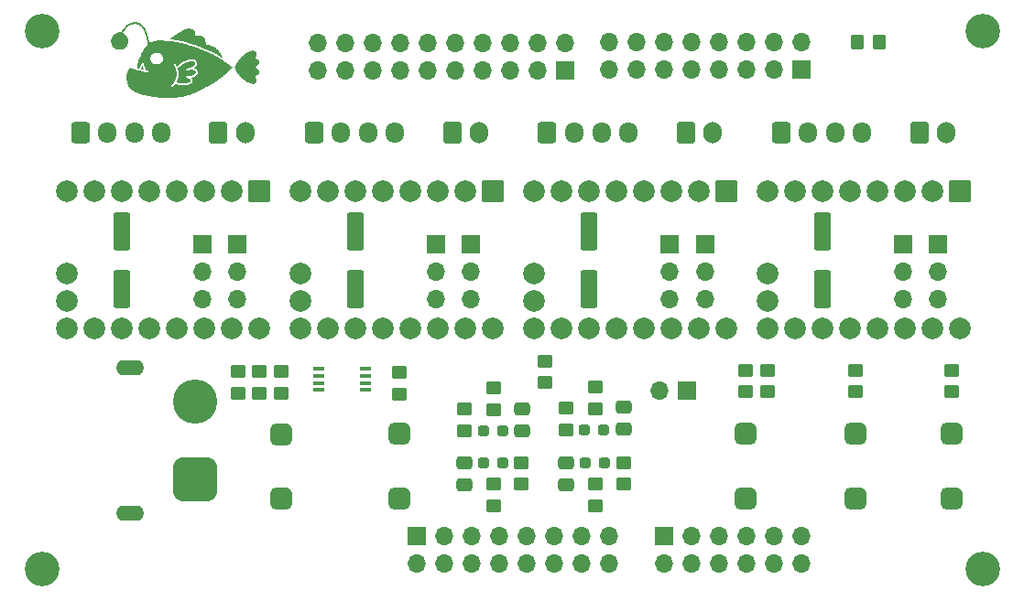
<source format=gts>
%TF.GenerationSoftware,KiCad,Pcbnew,8.0.3*%
%TF.CreationDate,2024-06-30T11:50:48+02:00*%
%TF.ProjectId,StepperDriver-Shield_FRDM-MCXA153,53746570-7065-4724-9472-697665722d53,rev?*%
%TF.SameCoordinates,Original*%
%TF.FileFunction,Soldermask,Top*%
%TF.FilePolarity,Negative*%
%FSLAX46Y46*%
G04 Gerber Fmt 4.6, Leading zero omitted, Abs format (unit mm)*
G04 Created by KiCad (PCBNEW 8.0.3) date 2024-06-30 11:50:48*
%MOMM*%
%LPD*%
G01*
G04 APERTURE LIST*
G04 Aperture macros list*
%AMRoundRect*
0 Rectangle with rounded corners*
0 $1 Rounding radius*
0 $2 $3 $4 $5 $6 $7 $8 $9 X,Y pos of 4 corners*
0 Add a 4 corners polygon primitive as box body*
4,1,4,$2,$3,$4,$5,$6,$7,$8,$9,$2,$3,0*
0 Add four circle primitives for the rounded corners*
1,1,$1+$1,$2,$3*
1,1,$1+$1,$4,$5*
1,1,$1+$1,$6,$7*
1,1,$1+$1,$8,$9*
0 Add four rect primitives between the rounded corners*
20,1,$1+$1,$2,$3,$4,$5,0*
20,1,$1+$1,$4,$5,$6,$7,0*
20,1,$1+$1,$6,$7,$8,$9,0*
20,1,$1+$1,$8,$9,$2,$3,0*%
G04 Aperture macros list end*
%ADD10C,0.000000*%
%ADD11RoundRect,0.102000X-0.900000X0.900000X-0.900000X-0.900000X0.900000X-0.900000X0.900000X0.900000X0*%
%ADD12C,2.004000*%
%ADD13RoundRect,0.250000X-0.450000X0.350000X-0.450000X-0.350000X0.450000X-0.350000X0.450000X0.350000X0*%
%ADD14RoundRect,0.250000X-0.475000X0.337500X-0.475000X-0.337500X0.475000X-0.337500X0.475000X0.337500X0*%
%ADD15C,3.200000*%
%ADD16RoundRect,0.250000X0.475000X-0.337500X0.475000X0.337500X-0.475000X0.337500X-0.475000X-0.337500X0*%
%ADD17RoundRect,0.250000X0.350000X0.450000X-0.350000X0.450000X-0.350000X-0.450000X0.350000X-0.450000X0*%
%ADD18RoundRect,0.250000X-0.600000X-0.750000X0.600000X-0.750000X0.600000X0.750000X-0.600000X0.750000X0*%
%ADD19O,1.700000X2.000000*%
%ADD20RoundRect,0.250000X-0.600000X-0.725000X0.600000X-0.725000X0.600000X0.725000X-0.600000X0.725000X0*%
%ADD21O,1.700000X1.950000*%
%ADD22R,1.100000X0.400000*%
%ADD23RoundRect,0.250000X0.450000X-0.350000X0.450000X0.350000X-0.450000X0.350000X-0.450000X-0.350000X0*%
%ADD24RoundRect,0.250000X-0.550000X1.500000X-0.550000X-1.500000X0.550000X-1.500000X0.550000X1.500000X0*%
%ADD25RoundRect,0.500000X-0.500000X0.500000X-0.500000X-0.500000X0.500000X-0.500000X0.500000X0.500000X0*%
%ADD26R,1.700000X1.700000*%
%ADD27O,1.700000X1.700000*%
%ADD28O,2.604000X1.404000*%
%ADD29RoundRect,1.025000X1.025000X-1.025000X1.025000X1.025000X-1.025000X1.025000X-1.025000X-1.025000X0*%
%ADD30C,4.100000*%
%ADD31RoundRect,0.237500X-0.287500X-0.237500X0.287500X-0.237500X0.287500X0.237500X-0.287500X0.237500X0*%
%ADD32RoundRect,0.500000X0.500000X-0.500000X0.500000X0.500000X-0.500000X0.500000X-0.500000X-0.500000X0*%
%ADD33RoundRect,0.237500X0.287500X0.237500X-0.287500X0.237500X-0.287500X-0.237500X0.287500X-0.237500X0*%
G04 APERTURE END LIST*
D10*
%TO.C,Blub1*%
G36*
X96642611Y-73467663D02*
G01*
X96643330Y-73469784D01*
X96644913Y-73476011D01*
X96649631Y-73489965D01*
X96657440Y-73511526D01*
X96668293Y-73540573D01*
X96682145Y-73576984D01*
X96698952Y-73620640D01*
X96718667Y-73671419D01*
X96728232Y-73695938D01*
X96739537Y-73724942D01*
X96749885Y-73751616D01*
X96758858Y-73774870D01*
X96766037Y-73793614D01*
X96771002Y-73806757D01*
X96773335Y-73813209D01*
X96773403Y-73813432D01*
X96774114Y-73817401D01*
X96772601Y-73819539D01*
X96767653Y-73819722D01*
X96758056Y-73817828D01*
X96742599Y-73813733D01*
X96723777Y-73808381D01*
X96708466Y-73804163D01*
X96686561Y-73798382D01*
X96659701Y-73791459D01*
X96629525Y-73783813D01*
X96597673Y-73775862D01*
X96572487Y-73769664D01*
X96543203Y-73762402D01*
X96516806Y-73755660D01*
X96494359Y-73749724D01*
X96476926Y-73744882D01*
X96465568Y-73741421D01*
X96461349Y-73739629D01*
X96461344Y-73739601D01*
X96463542Y-73735228D01*
X96469645Y-73725143D01*
X96478827Y-73710660D01*
X96490264Y-73693091D01*
X96495907Y-73684559D01*
X96509879Y-73663320D01*
X96525391Y-73639380D01*
X96541815Y-73613747D01*
X96558520Y-73587430D01*
X96574877Y-73561435D01*
X96590257Y-73536772D01*
X96604031Y-73514448D01*
X96615568Y-73495471D01*
X96624240Y-73480850D01*
X96629417Y-73471592D01*
X96630628Y-73468789D01*
X96634067Y-73465587D01*
X96636979Y-73465183D01*
X96642611Y-73467663D01*
G37*
G36*
X106895751Y-72033090D02*
G01*
X106907077Y-72034593D01*
X106919087Y-72037472D01*
X106932903Y-72042111D01*
X106949649Y-72048896D01*
X106970451Y-72058211D01*
X106996430Y-72070439D01*
X107028712Y-72085966D01*
X107034235Y-72088636D01*
X107066424Y-72104691D01*
X107091959Y-72118748D01*
X107112115Y-72131791D01*
X107128165Y-72144803D01*
X107141383Y-72158766D01*
X107153041Y-72174663D01*
X107159835Y-72185569D01*
X107173729Y-72210430D01*
X107183409Y-72231827D01*
X107190079Y-72252809D01*
X107194356Y-72273020D01*
X107198080Y-72305530D01*
X107197676Y-72338940D01*
X107192916Y-72374179D01*
X107183573Y-72412175D01*
X107169420Y-72453858D01*
X107150230Y-72500156D01*
X107126451Y-72550630D01*
X107115559Y-72572915D01*
X107105841Y-72593201D01*
X107097993Y-72610004D01*
X107092712Y-72621835D01*
X107090852Y-72626560D01*
X107086939Y-72636463D01*
X107080736Y-72649656D01*
X107077588Y-72655770D01*
X107068403Y-72680581D01*
X107067437Y-72704400D01*
X107074457Y-72726759D01*
X107089231Y-72747188D01*
X107111525Y-72765218D01*
X107138979Y-72779495D01*
X107189849Y-72801792D01*
X107233339Y-72822902D01*
X107270318Y-72843542D01*
X107301657Y-72864431D01*
X107328227Y-72886287D01*
X107350897Y-72909826D01*
X107370538Y-72935767D01*
X107388021Y-72964826D01*
X107404215Y-72997723D01*
X107404556Y-72998480D01*
X107413915Y-73021387D01*
X107422999Y-73047234D01*
X107430308Y-73071635D01*
X107432356Y-73079817D01*
X107436527Y-73098431D01*
X107438889Y-73112140D01*
X107439518Y-73123960D01*
X107438489Y-73136908D01*
X107435880Y-73154001D01*
X107434450Y-73162449D01*
X107429507Y-73186161D01*
X107423172Y-73209039D01*
X107416431Y-73227596D01*
X107415257Y-73230193D01*
X107399149Y-73258188D01*
X107376158Y-73289012D01*
X107347068Y-73321899D01*
X107312666Y-73356082D01*
X107273735Y-73390797D01*
X107231059Y-73425276D01*
X107185423Y-73458753D01*
X107171268Y-73468489D01*
X107141995Y-73489548D01*
X107120246Y-73508040D01*
X107105612Y-73524347D01*
X107098797Y-73535967D01*
X107094070Y-73554636D01*
X107093387Y-73576298D01*
X107096756Y-73596501D01*
X107098665Y-73601866D01*
X107104779Y-73611928D01*
X107114624Y-73623741D01*
X107126233Y-73635409D01*
X107137643Y-73645032D01*
X107146887Y-73650712D01*
X107150018Y-73651480D01*
X107155630Y-73653814D01*
X107166884Y-73660262D01*
X107182549Y-73669996D01*
X107201391Y-73682186D01*
X107222179Y-73696004D01*
X107243681Y-73710620D01*
X107264663Y-73725206D01*
X107283893Y-73738932D01*
X107300139Y-73750970D01*
X107312168Y-73760490D01*
X107312521Y-73760787D01*
X107331777Y-73777995D01*
X107352000Y-73797660D01*
X107371413Y-73817914D01*
X107388240Y-73836891D01*
X107400705Y-73852723D01*
X107402621Y-73855502D01*
X107418421Y-73884765D01*
X107429875Y-73919069D01*
X107436246Y-73951025D01*
X107438402Y-73966432D01*
X107439303Y-73978781D01*
X107438762Y-73990602D01*
X107436589Y-74004424D01*
X107432597Y-74022778D01*
X107430143Y-74033250D01*
X107419229Y-74070689D01*
X107404188Y-74109851D01*
X107386297Y-74147919D01*
X107366831Y-74182073D01*
X107354706Y-74199813D01*
X107330860Y-74227757D01*
X107300964Y-74255304D01*
X107264466Y-74282862D01*
X107220814Y-74310843D01*
X107169456Y-74339654D01*
X107158566Y-74345368D01*
X107130856Y-74360395D01*
X107109912Y-74373419D01*
X107094569Y-74385410D01*
X107083665Y-74397339D01*
X107076036Y-74410176D01*
X107073392Y-74416428D01*
X107068651Y-74437411D01*
X107069038Y-74459488D01*
X107074288Y-74479421D01*
X107079282Y-74488479D01*
X107086422Y-74500858D01*
X107091227Y-74513268D01*
X107091251Y-74513366D01*
X107094595Y-74522421D01*
X107101026Y-74536535D01*
X107109458Y-74553396D01*
X107114715Y-74563299D01*
X107143445Y-74619192D01*
X107166038Y-74670053D01*
X107182601Y-74716569D01*
X107193243Y-74759427D01*
X107198072Y-74799315D01*
X107197197Y-74836917D01*
X107190726Y-74872922D01*
X107178766Y-74908015D01*
X107171566Y-74923809D01*
X107161148Y-74944290D01*
X107151008Y-74962033D01*
X107140318Y-74977717D01*
X107128250Y-74992018D01*
X107113977Y-75005612D01*
X107096671Y-75019176D01*
X107075505Y-75033388D01*
X107049651Y-75048923D01*
X107018282Y-75066460D01*
X106980570Y-75086674D01*
X106957672Y-75098733D01*
X106937453Y-75109068D01*
X106922314Y-75115912D01*
X106910011Y-75120022D01*
X106898299Y-75122157D01*
X106885694Y-75123045D01*
X106868991Y-75123341D01*
X106853852Y-75122987D01*
X106845247Y-75122262D01*
X106740060Y-75102566D01*
X106634369Y-75074626D01*
X106528088Y-75038411D01*
X106421126Y-74993885D01*
X106313397Y-74941015D01*
X106204812Y-74879767D01*
X106195322Y-74874042D01*
X106140879Y-74839718D01*
X106087843Y-74803508D01*
X106035309Y-74764664D01*
X105982368Y-74722442D01*
X105928114Y-74676098D01*
X105871640Y-74624884D01*
X105812038Y-74568057D01*
X105759195Y-74515743D01*
X105716705Y-74472679D01*
X105679363Y-74433939D01*
X105645998Y-74398207D01*
X105615439Y-74364167D01*
X105586517Y-74330505D01*
X105558061Y-74295907D01*
X105528900Y-74259056D01*
X105516770Y-74243382D01*
X105469124Y-74178776D01*
X105422016Y-74109707D01*
X105376174Y-74037485D01*
X105332326Y-73963421D01*
X105291201Y-73888827D01*
X105253527Y-73815015D01*
X105220032Y-73743294D01*
X105191446Y-73674977D01*
X105172764Y-73624134D01*
X105157442Y-73579294D01*
X105164438Y-73555052D01*
X105174939Y-73522808D01*
X105189394Y-73484646D01*
X105207224Y-73441802D01*
X105227852Y-73395512D01*
X105250699Y-73347011D01*
X105275187Y-73297534D01*
X105300737Y-73248318D01*
X105326772Y-73200597D01*
X105346180Y-73166683D01*
X105391484Y-73091770D01*
X105437304Y-73021269D01*
X105484652Y-72953888D01*
X105534540Y-72888333D01*
X105587978Y-72823312D01*
X105645979Y-72757534D01*
X105709554Y-72689705D01*
X105759195Y-72639027D01*
X105821863Y-72577140D01*
X105880706Y-72521393D01*
X105936759Y-72470991D01*
X105991051Y-72425136D01*
X106044617Y-72383032D01*
X106098488Y-72343882D01*
X106153697Y-72306890D01*
X106211276Y-72271259D01*
X106272257Y-72236192D01*
X106303290Y-72219192D01*
X106363855Y-72188057D01*
X106426490Y-72158796D01*
X106490169Y-72131746D01*
X106553867Y-72107243D01*
X106616556Y-72085625D01*
X106677212Y-72067230D01*
X106734807Y-72052395D01*
X106788315Y-72041458D01*
X106836711Y-72034755D01*
X106870652Y-72032675D01*
X106883984Y-72032579D01*
X106895751Y-72033090D01*
G37*
G36*
X100940880Y-69998752D02*
G01*
X101023597Y-70005604D01*
X101102279Y-70019885D01*
X101177014Y-70041626D01*
X101247890Y-70070859D01*
X101314995Y-70107617D01*
X101378416Y-70151930D01*
X101391455Y-70162346D01*
X101422847Y-70190417D01*
X101447392Y-70218405D01*
X101466396Y-70248388D01*
X101481167Y-70282445D01*
X101493011Y-70322653D01*
X101493493Y-70324630D01*
X101501527Y-70368716D01*
X101503449Y-70408882D01*
X101499330Y-70444589D01*
X101489237Y-70475301D01*
X101473239Y-70500479D01*
X101470599Y-70503459D01*
X101457074Y-70519682D01*
X101449128Y-70534084D01*
X101445460Y-70549782D01*
X101444731Y-70565352D01*
X101446517Y-70584501D01*
X101452728Y-70600642D01*
X101464643Y-70616475D01*
X101472961Y-70624949D01*
X101488965Y-70637860D01*
X101506037Y-70645950D01*
X101525781Y-70649490D01*
X101549801Y-70648754D01*
X101579702Y-70644011D01*
X101582337Y-70643479D01*
X101596814Y-70641095D01*
X101617538Y-70638448D01*
X101642302Y-70635783D01*
X101668900Y-70633345D01*
X101684965Y-70632083D01*
X101712818Y-70630220D01*
X101736445Y-70629148D01*
X101758290Y-70628895D01*
X101780796Y-70629486D01*
X101806406Y-70630948D01*
X101837564Y-70633308D01*
X101843742Y-70633813D01*
X101925554Y-70642412D01*
X101999569Y-70654102D01*
X102065885Y-70668912D01*
X102124601Y-70686871D01*
X102175813Y-70708005D01*
X102219620Y-70732343D01*
X102242018Y-70748206D01*
X102269834Y-70773107D01*
X102297872Y-70804166D01*
X102324529Y-70839270D01*
X102348205Y-70876308D01*
X102367298Y-70913166D01*
X102367568Y-70913766D01*
X102379831Y-70943785D01*
X102393055Y-70981011D01*
X102406928Y-71024280D01*
X102421138Y-71072426D01*
X102435372Y-71124286D01*
X102449318Y-71178694D01*
X102462663Y-71234485D01*
X102475095Y-71290496D01*
X102486302Y-71345562D01*
X102492903Y-71380974D01*
X102497397Y-71405616D01*
X102501107Y-71423571D01*
X102504691Y-71436496D01*
X102508806Y-71446050D01*
X102514111Y-71453889D01*
X102521262Y-71461672D01*
X102527251Y-71467523D01*
X102540387Y-71478839D01*
X102553181Y-71486098D01*
X102568066Y-71490088D01*
X102587473Y-71491593D01*
X102601886Y-71491635D01*
X102615018Y-71491809D01*
X102628441Y-71492839D01*
X102643595Y-71494984D01*
X102661918Y-71498503D01*
X102684851Y-71503657D01*
X102713833Y-71510705D01*
X102729762Y-71514698D01*
X102818663Y-71538149D01*
X102900186Y-71561878D01*
X102975418Y-71586283D01*
X103045446Y-71611764D01*
X103111359Y-71638719D01*
X103174245Y-71667546D01*
X103235192Y-71698643D01*
X103242080Y-71702358D01*
X103324856Y-71749905D01*
X103400461Y-71799134D01*
X103470175Y-71851117D01*
X103535272Y-71906928D01*
X103597030Y-71967639D01*
X103656726Y-72034323D01*
X103698579Y-72085908D01*
X103731976Y-72130832D01*
X103765233Y-72180085D01*
X103798793Y-72234420D01*
X103833099Y-72294585D01*
X103868592Y-72361333D01*
X103905715Y-72435415D01*
X103911301Y-72446896D01*
X103922527Y-72470463D01*
X103934854Y-72497055D01*
X103947842Y-72525648D01*
X103961050Y-72555221D01*
X103974036Y-72584749D01*
X103986359Y-72613211D01*
X103997579Y-72639583D01*
X104007254Y-72662842D01*
X104014942Y-72681966D01*
X104020203Y-72695930D01*
X104022596Y-72703713D01*
X104022592Y-72704957D01*
X104018022Y-72704695D01*
X104014792Y-72703583D01*
X104009103Y-72700386D01*
X103997824Y-72693416D01*
X103982413Y-72683596D01*
X103964329Y-72671845D01*
X103957633Y-72667444D01*
X103857364Y-72602069D01*
X103762464Y-72541727D01*
X103671957Y-72485845D01*
X103584867Y-72433849D01*
X103500219Y-72385165D01*
X103417036Y-72339220D01*
X103334342Y-72295438D01*
X103265367Y-72260326D01*
X103204035Y-72230067D01*
X103141111Y-72199871D01*
X103076004Y-72169486D01*
X103008121Y-72138657D01*
X102936870Y-72107133D01*
X102861659Y-72074659D01*
X102781897Y-72040984D01*
X102696990Y-72005853D01*
X102606348Y-71969014D01*
X102509378Y-71930214D01*
X102405488Y-71889200D01*
X102308475Y-71851310D01*
X102259716Y-71832350D01*
X102217903Y-71816089D01*
X102182086Y-71802156D01*
X102151318Y-71790182D01*
X102124650Y-71779796D01*
X102101135Y-71770628D01*
X102079824Y-71762309D01*
X102059769Y-71754468D01*
X102040023Y-71746736D01*
X102019638Y-71738742D01*
X101997665Y-71730117D01*
X101973156Y-71720491D01*
X101959166Y-71714995D01*
X101844839Y-71670482D01*
X101730553Y-71626776D01*
X101616963Y-71584106D01*
X101504722Y-71542698D01*
X101394483Y-71502782D01*
X101286901Y-71464584D01*
X101182629Y-71428333D01*
X101082321Y-71394256D01*
X100986630Y-71362582D01*
X100896210Y-71333538D01*
X100811715Y-71307352D01*
X100733799Y-71284252D01*
X100680487Y-71269204D01*
X100562672Y-71238216D01*
X100436534Y-71207820D01*
X100302200Y-71178038D01*
X100159794Y-71148898D01*
X100009443Y-71120423D01*
X99851273Y-71092639D01*
X99685410Y-71065572D01*
X99566934Y-71047384D01*
X99532377Y-71041463D01*
X99505684Y-71035191D01*
X99486254Y-71028426D01*
X99484371Y-71027568D01*
X99468925Y-71021643D01*
X99448928Y-71016477D01*
X99422905Y-71011733D01*
X99401807Y-71008681D01*
X99376758Y-71005510D01*
X99347586Y-71002124D01*
X99315754Y-70998663D01*
X99282725Y-70995269D01*
X99249964Y-70992080D01*
X99218934Y-70989237D01*
X99191099Y-70986881D01*
X99167923Y-70985151D01*
X99150869Y-70984188D01*
X99144510Y-70984036D01*
X99132895Y-70983300D01*
X99126047Y-70981418D01*
X99125183Y-70979967D01*
X99128853Y-70976509D01*
X99138743Y-70968497D01*
X99154241Y-70956388D01*
X99174739Y-70940634D01*
X99199625Y-70921692D01*
X99228291Y-70900014D01*
X99260125Y-70876056D01*
X99294519Y-70850272D01*
X99330861Y-70823116D01*
X99368543Y-70795044D01*
X99406953Y-70766509D01*
X99445483Y-70737966D01*
X99483521Y-70709870D01*
X99520458Y-70682674D01*
X99555685Y-70656834D01*
X99588590Y-70632804D01*
X99618564Y-70611038D01*
X99644997Y-70591991D01*
X99666498Y-70576669D01*
X99722523Y-70537943D01*
X99783832Y-70497178D01*
X99849286Y-70455045D01*
X99917750Y-70412213D01*
X99988086Y-70369354D01*
X100059156Y-70327137D01*
X100129824Y-70286232D01*
X100198953Y-70247310D01*
X100265405Y-70211042D01*
X100328043Y-70178096D01*
X100385731Y-70149144D01*
X100417976Y-70133743D01*
X100493081Y-70099957D01*
X100562622Y-70071438D01*
X100627479Y-70047957D01*
X100688534Y-70029287D01*
X100746668Y-70015201D01*
X100802760Y-70005471D01*
X100857692Y-69999870D01*
X100912345Y-69998171D01*
X100940880Y-69998752D01*
G37*
G36*
X101173752Y-73005937D02*
G01*
X101216922Y-73006370D01*
X101252899Y-73007621D01*
X101282934Y-73009864D01*
X101308279Y-73013273D01*
X101330183Y-73018019D01*
X101349898Y-73024275D01*
X101368675Y-73032216D01*
X101370657Y-73033161D01*
X101390773Y-73044131D01*
X101409302Y-73056502D01*
X101422530Y-73067644D01*
X101435269Y-73083207D01*
X101449060Y-73104496D01*
X101462601Y-73129104D01*
X101474589Y-73154623D01*
X101483722Y-73178645D01*
X101485257Y-73183619D01*
X101492360Y-73222666D01*
X101491454Y-73262821D01*
X101482810Y-73303420D01*
X101466700Y-73343801D01*
X101443395Y-73383302D01*
X101413167Y-73421258D01*
X101376288Y-73457008D01*
X101371610Y-73460967D01*
X101344919Y-73482516D01*
X101318562Y-73502459D01*
X101293805Y-73519929D01*
X101271914Y-73534055D01*
X101254154Y-73543971D01*
X101244912Y-73547923D01*
X101230871Y-73553548D01*
X101218750Y-73559887D01*
X101215274Y-73562261D01*
X101202953Y-73570336D01*
X101185276Y-73579893D01*
X101164027Y-73590176D01*
X101140987Y-73600428D01*
X101117940Y-73609892D01*
X101096668Y-73617813D01*
X101078955Y-73623433D01*
X101066581Y-73625997D01*
X101064894Y-73626076D01*
X101046057Y-73627638D01*
X101020931Y-73632060D01*
X100990708Y-73638946D01*
X100956582Y-73647899D01*
X100919747Y-73658524D01*
X100881394Y-73670423D01*
X100842717Y-73683202D01*
X100804910Y-73696462D01*
X100769165Y-73709809D01*
X100736675Y-73722846D01*
X100708633Y-73735177D01*
X100686232Y-73746405D01*
X100670666Y-73756134D01*
X100668725Y-73757659D01*
X100654728Y-73772783D01*
X100643626Y-73791486D01*
X100637083Y-73810589D01*
X100636029Y-73820198D01*
X100640012Y-73843279D01*
X100650954Y-73864731D01*
X100667349Y-73883060D01*
X100687689Y-73896775D01*
X100710468Y-73904383D01*
X100722117Y-73905430D01*
X100734179Y-73903530D01*
X100753007Y-73897889D01*
X100777891Y-73888740D01*
X100798329Y-73880458D01*
X100860677Y-73855447D01*
X100917279Y-73835075D01*
X100969307Y-73819092D01*
X101017928Y-73807248D01*
X101064313Y-73799295D01*
X101109632Y-73794981D01*
X101155054Y-73794058D01*
X101195014Y-73795779D01*
X101253235Y-73801465D01*
X101307323Y-73810032D01*
X101356557Y-73821261D01*
X101400216Y-73834933D01*
X101437579Y-73850830D01*
X101467925Y-73868732D01*
X101486637Y-73884321D01*
X101501819Y-73902299D01*
X101516849Y-73924819D01*
X101529688Y-73948497D01*
X101538302Y-73969954D01*
X101538402Y-73970284D01*
X101543258Y-73992779D01*
X101546357Y-74020091D01*
X101547449Y-74048704D01*
X101546282Y-74075102D01*
X101546025Y-74077545D01*
X101538276Y-74112906D01*
X101523542Y-74148577D01*
X101502971Y-74182525D01*
X101477713Y-74212713D01*
X101461001Y-74228001D01*
X101440520Y-74243043D01*
X101413442Y-74260280D01*
X101381115Y-74278980D01*
X101344889Y-74298414D01*
X101306112Y-74317849D01*
X101266133Y-74336555D01*
X101237263Y-74349205D01*
X101220970Y-74355404D01*
X101200866Y-74361966D01*
X101178565Y-74368491D01*
X101155678Y-74374576D01*
X101133820Y-74379823D01*
X101114604Y-74383829D01*
X101099641Y-74386193D01*
X101090546Y-74386515D01*
X101089016Y-74386052D01*
X101083604Y-74385661D01*
X101071589Y-74386275D01*
X101054761Y-74387762D01*
X101035351Y-74389941D01*
X101014734Y-74392162D01*
X100988078Y-74394570D01*
X100957802Y-74396971D01*
X100926326Y-74399174D01*
X100898540Y-74400850D01*
X100854830Y-74403269D01*
X100818760Y-74405339D01*
X100789511Y-74407148D01*
X100766264Y-74408782D01*
X100748203Y-74410330D01*
X100734508Y-74411879D01*
X100724363Y-74413516D01*
X100716949Y-74415330D01*
X100711448Y-74417407D01*
X100707043Y-74419836D01*
X100704396Y-74421632D01*
X100684714Y-74439146D01*
X100672515Y-74458984D01*
X100666839Y-74482817D01*
X100666436Y-74487664D01*
X100666728Y-74509177D01*
X100671341Y-74527517D01*
X100681296Y-74545447D01*
X100693505Y-74561020D01*
X100705333Y-74572531D01*
X100719440Y-74581224D01*
X100737495Y-74587754D01*
X100761165Y-74592775D01*
X100782104Y-74595758D01*
X100822566Y-74602011D01*
X100864095Y-74610649D01*
X100904653Y-74621112D01*
X100942205Y-74632839D01*
X100974716Y-74645268D01*
X100992936Y-74653852D01*
X101021183Y-74672696D01*
X101045212Y-74696773D01*
X101064596Y-74724804D01*
X101078907Y-74755508D01*
X101087716Y-74787606D01*
X101090596Y-74819819D01*
X101087118Y-74850866D01*
X101076855Y-74879466D01*
X101071517Y-74888761D01*
X101051451Y-74913390D01*
X101023688Y-74937185D01*
X100988987Y-74959727D01*
X100948109Y-74980597D01*
X100901815Y-74999375D01*
X100850864Y-75015641D01*
X100832912Y-75020449D01*
X100776832Y-75034039D01*
X100719515Y-75046565D01*
X100662878Y-75057667D01*
X100608843Y-75066988D01*
X100559328Y-75074170D01*
X100523827Y-75078174D01*
X100503465Y-75080124D01*
X100485023Y-75081942D01*
X100470876Y-75083389D01*
X100464551Y-75084084D01*
X100455819Y-75084256D01*
X100440575Y-75083689D01*
X100420732Y-75082485D01*
X100398204Y-75080750D01*
X100390455Y-75080073D01*
X100362936Y-75077427D01*
X100333121Y-75074282D01*
X100304562Y-75071027D01*
X100280813Y-75068052D01*
X100280370Y-75067993D01*
X100261600Y-75065594D01*
X100236418Y-75062561D01*
X100206832Y-75059128D01*
X100174855Y-75055525D01*
X100142495Y-75051985D01*
X100130062Y-75050656D01*
X100097302Y-75047146D01*
X100069151Y-75044018D01*
X100044083Y-75041055D01*
X100020570Y-75038039D01*
X99997085Y-75034750D01*
X99972103Y-75030972D01*
X99944096Y-75026486D01*
X99911537Y-75021074D01*
X99872899Y-75014518D01*
X99851687Y-75010890D01*
X99822674Y-75006025D01*
X99795676Y-75001693D01*
X99772064Y-74998098D01*
X99753210Y-74995445D01*
X99740484Y-74993939D01*
X99736310Y-74993671D01*
X99726503Y-74993185D01*
X99721604Y-74991992D01*
X99721477Y-74991739D01*
X99723267Y-74987566D01*
X99728302Y-74976847D01*
X99736077Y-74960630D01*
X99746087Y-74939962D01*
X99757829Y-74915890D01*
X99767869Y-74895415D01*
X99814874Y-74795196D01*
X99855186Y-74699227D01*
X99888991Y-74606817D01*
X99916474Y-74517277D01*
X99937819Y-74429915D01*
X99953213Y-74344043D01*
X99962840Y-74258969D01*
X99966886Y-74174004D01*
X99967048Y-74153188D01*
X99963567Y-74066346D01*
X99953366Y-73978220D01*
X99936823Y-73890825D01*
X99914314Y-73806175D01*
X99887999Y-73730770D01*
X99873347Y-73693623D01*
X99885901Y-73677844D01*
X99900062Y-73661586D01*
X99919996Y-73640923D01*
X99944793Y-73616649D01*
X99973545Y-73589558D01*
X100005340Y-73560447D01*
X100039270Y-73530110D01*
X100074424Y-73499342D01*
X100109892Y-73468937D01*
X100144766Y-73439691D01*
X100178135Y-73412399D01*
X100209090Y-73387855D01*
X100236720Y-73366854D01*
X100260117Y-73350192D01*
X100263434Y-73347964D01*
X100302414Y-73322499D01*
X100339568Y-73299286D01*
X100376002Y-73277770D01*
X100412824Y-73257397D01*
X100451141Y-73237612D01*
X100492062Y-73217861D01*
X100536693Y-73197589D01*
X100586142Y-73176241D01*
X100641517Y-73153264D01*
X100697423Y-73130699D01*
X100750733Y-73109595D01*
X100797592Y-73091520D01*
X100839281Y-73076045D01*
X100877081Y-73062744D01*
X100912272Y-73051190D01*
X100946135Y-73040954D01*
X100979950Y-73031611D01*
X101014997Y-73022733D01*
X101036146Y-73017686D01*
X101054211Y-73013590D01*
X101069640Y-73010559D01*
X101084260Y-73008439D01*
X101099899Y-73007072D01*
X101118385Y-73006303D01*
X101141545Y-73005975D01*
X101171207Y-73005933D01*
X101173752Y-73005937D01*
G37*
G36*
X95950970Y-69406312D02*
G01*
X95967428Y-69407744D01*
X95989283Y-69409606D01*
X96013491Y-69411639D01*
X96033629Y-69413309D01*
X96125699Y-69424088D01*
X96212281Y-69440789D01*
X96293211Y-69463358D01*
X96368327Y-69491743D01*
X96437465Y-69525890D01*
X96499311Y-69564928D01*
X96553389Y-69606992D01*
X96608054Y-69656624D01*
X96662613Y-69713022D01*
X96716372Y-69775383D01*
X96768637Y-69842906D01*
X96818713Y-69914788D01*
X96862952Y-69985249D01*
X96877654Y-70011301D01*
X96894513Y-70043498D01*
X96912687Y-70080066D01*
X96931334Y-70119230D01*
X96949610Y-70159217D01*
X96966674Y-70198253D01*
X96981683Y-70234563D01*
X96983382Y-70238845D01*
X96998835Y-70279460D01*
X97015830Y-70326690D01*
X97033854Y-70378935D01*
X97052398Y-70434595D01*
X97070950Y-70492068D01*
X97088999Y-70549755D01*
X97106034Y-70606054D01*
X97121544Y-70659366D01*
X97135017Y-70708090D01*
X97142926Y-70738461D01*
X97154424Y-70785594D01*
X97165831Y-70835217D01*
X97176890Y-70886006D01*
X97187342Y-70936638D01*
X97196930Y-70985789D01*
X97205396Y-71032135D01*
X97212483Y-71074354D01*
X97217933Y-71111121D01*
X97221487Y-71141113D01*
X97221648Y-71142812D01*
X97225915Y-71166786D01*
X97234606Y-71188142D01*
X97248774Y-71208699D01*
X97269467Y-71230274D01*
X97275252Y-71235564D01*
X97302523Y-71256122D01*
X97331548Y-71269744D01*
X97364499Y-71277331D01*
X97379900Y-71278925D01*
X97394140Y-71279776D01*
X97405330Y-71279560D01*
X97415828Y-71277762D01*
X97427993Y-71273865D01*
X97444183Y-71267353D01*
X97456266Y-71262209D01*
X97534782Y-71231148D01*
X97619437Y-71202384D01*
X97708273Y-71176385D01*
X97799330Y-71153622D01*
X97890649Y-71134565D01*
X97980271Y-71119684D01*
X98066237Y-71109448D01*
X98106158Y-71106289D01*
X98151883Y-71104248D01*
X98204981Y-71103498D01*
X98264460Y-71104003D01*
X98329327Y-71105728D01*
X98398592Y-71108636D01*
X98471262Y-71112692D01*
X98546347Y-71117859D01*
X98622856Y-71124101D01*
X98640154Y-71125650D01*
X98678145Y-71128891D01*
X98720424Y-71132135D01*
X98764115Y-71135186D01*
X98806340Y-71137846D01*
X98844222Y-71139919D01*
X98858094Y-71140565D01*
X98917574Y-71143182D01*
X98969551Y-71145543D01*
X99014984Y-71147705D01*
X99054832Y-71149721D01*
X99090054Y-71151647D01*
X99121609Y-71153539D01*
X99150457Y-71155451D01*
X99177556Y-71157437D01*
X99203866Y-71159555D01*
X99230345Y-71161857D01*
X99232445Y-71162046D01*
X99266205Y-71165120D01*
X99292654Y-71167652D01*
X99312916Y-71169830D01*
X99328118Y-71171840D01*
X99339385Y-71173869D01*
X99347842Y-71176103D01*
X99354614Y-71178731D01*
X99360827Y-71181939D01*
X99364290Y-71183944D01*
X99371704Y-71187146D01*
X99383790Y-71190559D01*
X99401304Y-71194334D01*
X99425003Y-71198617D01*
X99455642Y-71203558D01*
X99491846Y-71208993D01*
X99648801Y-71232679D01*
X99797856Y-71256644D01*
X99939581Y-71281010D01*
X100074544Y-71305897D01*
X100203312Y-71331430D01*
X100326454Y-71357728D01*
X100444537Y-71384915D01*
X100558131Y-71413112D01*
X100667803Y-71442442D01*
X100774120Y-71473025D01*
X100877652Y-71504985D01*
X100892189Y-71509651D01*
X101019202Y-71551387D01*
X101152093Y-71596521D01*
X101289262Y-71644481D01*
X101429109Y-71694691D01*
X101570033Y-71746576D01*
X101710435Y-71799562D01*
X101848714Y-71853074D01*
X101851198Y-71854048D01*
X101890697Y-71869522D01*
X101936123Y-71887287D01*
X101985507Y-71906574D01*
X102036880Y-71926616D01*
X102088273Y-71946645D01*
X102137717Y-71965891D01*
X102183242Y-71983589D01*
X102187805Y-71985360D01*
X102311496Y-72033635D01*
X102427702Y-72079526D01*
X102536977Y-72123309D01*
X102639873Y-72165258D01*
X102736947Y-72205647D01*
X102828753Y-72244750D01*
X102915844Y-72282842D01*
X102998776Y-72320196D01*
X103078102Y-72357088D01*
X103154377Y-72393791D01*
X103228156Y-72430580D01*
X103299993Y-72467728D01*
X103370441Y-72505510D01*
X103440057Y-72544201D01*
X103509393Y-72584075D01*
X103579005Y-72625405D01*
X103649446Y-72668466D01*
X103721272Y-72713533D01*
X103795036Y-72760879D01*
X103871293Y-72810779D01*
X103915292Y-72839941D01*
X103938182Y-72855205D01*
X103959506Y-72869506D01*
X103979968Y-72883338D01*
X104000268Y-72897194D01*
X104021109Y-72911567D01*
X104043191Y-72926950D01*
X104067217Y-72943836D01*
X104093887Y-72962719D01*
X104123904Y-72984091D01*
X104157969Y-73008446D01*
X104196783Y-73036276D01*
X104241049Y-73068076D01*
X104291466Y-73104337D01*
X104292122Y-73104808D01*
X104332622Y-73133836D01*
X104376520Y-73165101D01*
X104422235Y-73197491D01*
X104468187Y-73229892D01*
X104512795Y-73261191D01*
X104554480Y-73290275D01*
X104591660Y-73316032D01*
X104607558Y-73326965D01*
X104664423Y-73366185D01*
X104717027Y-73402927D01*
X104765074Y-73436968D01*
X104808269Y-73468087D01*
X104846317Y-73496063D01*
X104878922Y-73520675D01*
X104905790Y-73541700D01*
X104926625Y-73558917D01*
X104941132Y-73572105D01*
X104949017Y-73581042D01*
X104950450Y-73584371D01*
X104947585Y-73590513D01*
X104939337Y-73601653D01*
X104926470Y-73616960D01*
X104909744Y-73635603D01*
X104889922Y-73656752D01*
X104867765Y-73679577D01*
X104844034Y-73703247D01*
X104820922Y-73725576D01*
X104794904Y-73750345D01*
X104766294Y-73777654D01*
X104737174Y-73805513D01*
X104709623Y-73831931D01*
X104685722Y-73854917D01*
X104681542Y-73858948D01*
X104666474Y-73873278D01*
X104645888Y-73892545D01*
X104620571Y-73916034D01*
X104591308Y-73943029D01*
X104558885Y-73972814D01*
X104524089Y-74004673D01*
X104487706Y-74037890D01*
X104450522Y-74071750D01*
X104413324Y-74105536D01*
X104376897Y-74138532D01*
X104342029Y-74170024D01*
X104309504Y-74199293D01*
X104280110Y-74225626D01*
X104254632Y-74248306D01*
X104233857Y-74266617D01*
X104233155Y-74267230D01*
X104211722Y-74285587D01*
X104184348Y-74308425D01*
X104151835Y-74335107D01*
X104114988Y-74364995D01*
X104074611Y-74397452D01*
X104031509Y-74431842D01*
X103986486Y-74467527D01*
X103940346Y-74503871D01*
X103893893Y-74540236D01*
X103847932Y-74575984D01*
X103803267Y-74610480D01*
X103760701Y-74643085D01*
X103721039Y-74673164D01*
X103714737Y-74677910D01*
X103686203Y-74699131D01*
X103652642Y-74723689D01*
X103615467Y-74750581D01*
X103576089Y-74778807D01*
X103535917Y-74807364D01*
X103496364Y-74835252D01*
X103458840Y-74861468D01*
X103424756Y-74885012D01*
X103395523Y-74904881D01*
X103386038Y-74911221D01*
X103340309Y-74940932D01*
X103287389Y-74974099D01*
X103227707Y-75010476D01*
X103161686Y-75049819D01*
X103089755Y-75091883D01*
X103012339Y-75136421D01*
X102929864Y-75183189D01*
X102842757Y-75231941D01*
X102751444Y-75282432D01*
X102656351Y-75334417D01*
X102560400Y-75386308D01*
X102460101Y-75440242D01*
X102367049Y-75490221D01*
X102281055Y-75536347D01*
X102201933Y-75578718D01*
X102129493Y-75617434D01*
X102063548Y-75652595D01*
X102003910Y-75684300D01*
X101950391Y-75712650D01*
X101902804Y-75737743D01*
X101860959Y-75759680D01*
X101824669Y-75778561D01*
X101793747Y-75794485D01*
X101768003Y-75807552D01*
X101747251Y-75817861D01*
X101744210Y-75819344D01*
X101712580Y-75834256D01*
X101674406Y-75851454D01*
X101630455Y-75870640D01*
X101581493Y-75891514D01*
X101528286Y-75913777D01*
X101471600Y-75937129D01*
X101412200Y-75961270D01*
X101350853Y-75985901D01*
X101288324Y-76010722D01*
X101225380Y-76035434D01*
X101162786Y-76059737D01*
X101101309Y-76083332D01*
X101041714Y-76105920D01*
X100984768Y-76127200D01*
X100931235Y-76146873D01*
X100881883Y-76164640D01*
X100837478Y-76180201D01*
X100798784Y-76193256D01*
X100766568Y-76203506D01*
X100747958Y-76208942D01*
X100717881Y-76217073D01*
X100682127Y-76226438D01*
X100642284Y-76236647D01*
X100599943Y-76247308D01*
X100556693Y-76258028D01*
X100514124Y-76268416D01*
X100473824Y-76278080D01*
X100437385Y-76286628D01*
X100406394Y-76293668D01*
X100388361Y-76297581D01*
X100324641Y-76310545D01*
X100264061Y-76321853D01*
X100204529Y-76331826D01*
X100143950Y-76340781D01*
X100080231Y-76349037D01*
X100011277Y-76356913D01*
X99970817Y-76361152D01*
X99893250Y-76368897D01*
X99820934Y-76375751D01*
X99752051Y-76381849D01*
X99684786Y-76387330D01*
X99617323Y-76392332D01*
X99547844Y-76396992D01*
X99474534Y-76401448D01*
X99395577Y-76405837D01*
X99348881Y-76408283D01*
X99332658Y-76408920D01*
X99309269Y-76409556D01*
X99279549Y-76410185D01*
X99244333Y-76410799D01*
X99204455Y-76411394D01*
X99160751Y-76411963D01*
X99114055Y-76412499D01*
X99065202Y-76412996D01*
X99015027Y-76413448D01*
X98964364Y-76413849D01*
X98914049Y-76414192D01*
X98864916Y-76414471D01*
X98817800Y-76414680D01*
X98773536Y-76414812D01*
X98732958Y-76414862D01*
X98696903Y-76414823D01*
X98666203Y-76414688D01*
X98641694Y-76414452D01*
X98624212Y-76414109D01*
X98616393Y-76413788D01*
X98605420Y-76413172D01*
X98587549Y-76412252D01*
X98564341Y-76411103D01*
X98537356Y-76409802D01*
X98508156Y-76408426D01*
X98493605Y-76407752D01*
X98443129Y-76405108D01*
X98386451Y-76401576D01*
X98324766Y-76397264D01*
X98259270Y-76392281D01*
X98191158Y-76386739D01*
X98121627Y-76380744D01*
X98051872Y-76374408D01*
X97983087Y-76367839D01*
X97916470Y-76361146D01*
X97853215Y-76354439D01*
X97794519Y-76347828D01*
X97741576Y-76341421D01*
X97695583Y-76335327D01*
X97684904Y-76333807D01*
X97651755Y-76328792D01*
X97611409Y-76322330D01*
X97564975Y-76314622D01*
X97513564Y-76305867D01*
X97458285Y-76296267D01*
X97400247Y-76286021D01*
X97340560Y-76275328D01*
X97280334Y-76264391D01*
X97220678Y-76253408D01*
X97162702Y-76242579D01*
X97107515Y-76232106D01*
X97056226Y-76222187D01*
X97009947Y-76213024D01*
X96969785Y-76204816D01*
X96969351Y-76204726D01*
X96890422Y-76187456D01*
X96811294Y-76168620D01*
X96733398Y-76148615D01*
X96658165Y-76127836D01*
X96587028Y-76106679D01*
X96521417Y-76085539D01*
X96462764Y-76064813D01*
X96461267Y-76064254D01*
X96391801Y-76037935D01*
X96328725Y-76013246D01*
X96270303Y-75989435D01*
X96214799Y-75965747D01*
X96160477Y-75941432D01*
X96105602Y-75915735D01*
X96048437Y-75887905D01*
X96008029Y-75867709D01*
X95914090Y-75819006D01*
X95827320Y-75771171D01*
X95746567Y-75723501D01*
X95670679Y-75675295D01*
X95598504Y-75625853D01*
X95538645Y-75581899D01*
X95516682Y-75565263D01*
X95496141Y-75549710D01*
X95478308Y-75536212D01*
X95464463Y-75525740D01*
X95455891Y-75519264D01*
X95455132Y-75518692D01*
X95446371Y-75511588D01*
X95441394Y-75506577D01*
X95440972Y-75505715D01*
X95439041Y-75501316D01*
X95433811Y-75490873D01*
X95426007Y-75475795D01*
X95416351Y-75457490D01*
X95412717Y-75450673D01*
X95393319Y-75413315D01*
X95372208Y-75370793D01*
X95350382Y-75325255D01*
X95340428Y-75303811D01*
X99302307Y-75303811D01*
X99306007Y-75325223D01*
X99316000Y-75346670D01*
X99330622Y-75365716D01*
X99348209Y-75379929D01*
X99357349Y-75384370D01*
X99369797Y-75386677D01*
X99386509Y-75386909D01*
X99403584Y-75385246D01*
X99417124Y-75381869D01*
X99417821Y-75381580D01*
X99426551Y-75375868D01*
X99439796Y-75364658D01*
X99456586Y-75348909D01*
X99475957Y-75329577D01*
X99496939Y-75307621D01*
X99518567Y-75283997D01*
X99533760Y-75266766D01*
X99545421Y-75252860D01*
X99559066Y-75235868D01*
X99573665Y-75217161D01*
X99588187Y-75198107D01*
X99601600Y-75180078D01*
X99612874Y-75164442D01*
X99620978Y-75152570D01*
X99624880Y-75145830D01*
X99624971Y-75145582D01*
X99627838Y-75142969D01*
X99634887Y-75143321D01*
X99647844Y-75146761D01*
X99649773Y-75147355D01*
X99661268Y-75150268D01*
X99679364Y-75154063D01*
X99702282Y-75158403D01*
X99728245Y-75162951D01*
X99755349Y-75167351D01*
X99785920Y-75172190D01*
X99818397Y-75177467D01*
X99850039Y-75182727D01*
X99878099Y-75187517D01*
X99895072Y-75190513D01*
X99933490Y-75196984D01*
X99977790Y-75203675D01*
X100025403Y-75210234D01*
X100073763Y-75216310D01*
X100120301Y-75221553D01*
X100127945Y-75222347D01*
X100145050Y-75224183D01*
X100168715Y-75226846D01*
X100197097Y-75230122D01*
X100228352Y-75233797D01*
X100260637Y-75237657D01*
X100278253Y-75239792D01*
X100312958Y-75243934D01*
X100341272Y-75247038D01*
X100365196Y-75249214D01*
X100386728Y-75250575D01*
X100407868Y-75251233D01*
X100430616Y-75251299D01*
X100456971Y-75250886D01*
X100470902Y-75250564D01*
X100500690Y-75249687D01*
X100527040Y-75248492D01*
X100551469Y-75246788D01*
X100575495Y-75244381D01*
X100600635Y-75241078D01*
X100628408Y-75236687D01*
X100660332Y-75231014D01*
X100697923Y-75223866D01*
X100729178Y-75217733D01*
X100791154Y-75204937D01*
X100845705Y-75192442D01*
X100893846Y-75179895D01*
X100936595Y-75166944D01*
X100974970Y-75153237D01*
X101009987Y-75138423D01*
X101042664Y-75122149D01*
X101074017Y-75104063D01*
X101093305Y-75091740D01*
X101136207Y-75059843D01*
X101173983Y-75024568D01*
X101205811Y-74986895D01*
X101230867Y-74947801D01*
X101248326Y-74908268D01*
X101248795Y-74906873D01*
X101253544Y-74891604D01*
X101256757Y-74878039D01*
X101258728Y-74863811D01*
X101259754Y-74846553D01*
X101260129Y-74823896D01*
X101260159Y-74815841D01*
X101260074Y-74791993D01*
X101259482Y-74774195D01*
X101258042Y-74760029D01*
X101255413Y-74747077D01*
X101251255Y-74732924D01*
X101246478Y-74718760D01*
X101225886Y-74670603D01*
X101198340Y-74624014D01*
X101165307Y-74581471D01*
X101164756Y-74580852D01*
X101152596Y-74567060D01*
X101145525Y-74558287D01*
X101142909Y-74553316D01*
X101144112Y-74550927D01*
X101148499Y-74549901D01*
X101148614Y-74549886D01*
X101195578Y-74540980D01*
X101247371Y-74525697D01*
X101304230Y-74503965D01*
X101322308Y-74496178D01*
X101386674Y-74466427D01*
X101443366Y-74437209D01*
X101493112Y-74407991D01*
X101536642Y-74378242D01*
X101574681Y-74347432D01*
X101607959Y-74315030D01*
X101637203Y-74280503D01*
X101658072Y-74251165D01*
X101685270Y-74202375D01*
X101704571Y-74150734D01*
X101715888Y-74096665D01*
X101719135Y-74040590D01*
X101714224Y-73982930D01*
X101713807Y-73980292D01*
X101701124Y-73927239D01*
X101680847Y-73876235D01*
X101653694Y-73828315D01*
X101620385Y-73784517D01*
X101581638Y-73745876D01*
X101538172Y-73713428D01*
X101521920Y-73703694D01*
X101506886Y-73696046D01*
X101488034Y-73687621D01*
X101467334Y-73679167D01*
X101446761Y-73671431D01*
X101428286Y-73665159D01*
X101413882Y-73661101D01*
X101406452Y-73659948D01*
X101399532Y-73658309D01*
X101399755Y-73653288D01*
X101407231Y-73644732D01*
X101422068Y-73632489D01*
X101430272Y-73626390D01*
X101457926Y-73604697D01*
X101487545Y-73578754D01*
X101517041Y-73550585D01*
X101544325Y-73522214D01*
X101567309Y-73495665D01*
X101574051Y-73487045D01*
X101604179Y-73441830D01*
X101628958Y-73393540D01*
X101647685Y-73343909D01*
X101659656Y-73294672D01*
X101663227Y-73266973D01*
X101663340Y-73223022D01*
X101657049Y-73176036D01*
X101644880Y-73127852D01*
X101627355Y-73080309D01*
X101604998Y-73035243D01*
X101590562Y-73011775D01*
X101573298Y-72988650D01*
X101551694Y-72963962D01*
X101527974Y-72939972D01*
X101504361Y-72918942D01*
X101484919Y-72904335D01*
X101459300Y-72889081D01*
X101429858Y-72874319D01*
X101400209Y-72861739D01*
X101376986Y-72853865D01*
X101347122Y-72847101D01*
X101310133Y-72841649D01*
X101267280Y-72837627D01*
X101219821Y-72835154D01*
X101170360Y-72834348D01*
X101139995Y-72834473D01*
X101115948Y-72834942D01*
X101096074Y-72835939D01*
X101078224Y-72837651D01*
X101060251Y-72840262D01*
X101040007Y-72843957D01*
X101025561Y-72846836D01*
X100987569Y-72855031D01*
X100949776Y-72864249D01*
X100911199Y-72874814D01*
X100870856Y-72887050D01*
X100827765Y-72901282D01*
X100780943Y-72917835D01*
X100729407Y-72937033D01*
X100672176Y-72959199D01*
X100608508Y-72984563D01*
X100549264Y-73008705D01*
X100496833Y-73030756D01*
X100450005Y-73051325D01*
X100407568Y-73071026D01*
X100368313Y-73090468D01*
X100331027Y-73110265D01*
X100294499Y-73131027D01*
X100257519Y-73153367D01*
X100218876Y-73177895D01*
X100195689Y-73193059D01*
X100149269Y-73225300D01*
X100098334Y-73263674D01*
X100043560Y-73307625D01*
X99985625Y-73356593D01*
X99925205Y-73410024D01*
X99864755Y-73465686D01*
X99847037Y-73482102D01*
X99831310Y-73496274D01*
X99818656Y-73507259D01*
X99810156Y-73514114D01*
X99807048Y-73515991D01*
X99803680Y-73512367D01*
X99797988Y-73502628D01*
X99790910Y-73488473D01*
X99786557Y-73478943D01*
X99768601Y-73439335D01*
X99751309Y-73403084D01*
X99735119Y-73371012D01*
X99720467Y-73343943D01*
X99707790Y-73322699D01*
X99697526Y-73308103D01*
X99693359Y-73303483D01*
X99671214Y-73287208D01*
X99647965Y-73279163D01*
X99624399Y-73279326D01*
X99601304Y-73287672D01*
X99579466Y-73304178D01*
X99576713Y-73306972D01*
X99565453Y-73319728D01*
X99557577Y-73331687D01*
X99553186Y-73343995D01*
X99552380Y-73357797D01*
X99555260Y-73374238D01*
X99561925Y-73394463D01*
X99572475Y-73419617D01*
X99587010Y-73450845D01*
X99589799Y-73456661D01*
X99609906Y-73499428D01*
X99630551Y-73545074D01*
X99651235Y-73592378D01*
X99671463Y-73640116D01*
X99690738Y-73687067D01*
X99708562Y-73732008D01*
X99724438Y-73773718D01*
X99737869Y-73810973D01*
X99748358Y-73842551D01*
X99752880Y-73857719D01*
X99770331Y-73926218D01*
X99782852Y-73990922D01*
X99790824Y-74054633D01*
X99794626Y-74120150D01*
X99795015Y-74168033D01*
X99791585Y-74248113D01*
X99782712Y-74328131D01*
X99768191Y-74408818D01*
X99747819Y-74490907D01*
X99721394Y-74575130D01*
X99688711Y-74662219D01*
X99649567Y-74752906D01*
X99608967Y-74837563D01*
X99568408Y-74915423D01*
X99528186Y-74985956D01*
X99487580Y-75050235D01*
X99445870Y-75109335D01*
X99402335Y-75164330D01*
X99356255Y-75216295D01*
X99351594Y-75221244D01*
X99333129Y-75241104D01*
X99319895Y-75256492D01*
X99311045Y-75268826D01*
X99305731Y-75279527D01*
X99303105Y-75290017D01*
X99302319Y-75301716D01*
X99302307Y-75303811D01*
X95340428Y-75303811D01*
X95328841Y-75278847D01*
X95308584Y-75233716D01*
X95290609Y-75192010D01*
X95277895Y-75160915D01*
X95248427Y-75081267D01*
X95223327Y-75001964D01*
X95202225Y-74921389D01*
X95184749Y-74837923D01*
X95170529Y-74749947D01*
X95159193Y-74655844D01*
X95156992Y-74633554D01*
X95150578Y-74546917D01*
X95148535Y-74465517D01*
X95151007Y-74387256D01*
X95158138Y-74310031D01*
X95170074Y-74231744D01*
X95186956Y-74150294D01*
X95191478Y-74131210D01*
X95207591Y-74070152D01*
X95224933Y-74016055D01*
X95244213Y-73967430D01*
X95266141Y-73922787D01*
X95291426Y-73880636D01*
X95320778Y-73839486D01*
X95344310Y-73810257D01*
X95357328Y-73795409D01*
X95373895Y-73777482D01*
X95392854Y-73757633D01*
X95413045Y-73737017D01*
X95433312Y-73716790D01*
X95452494Y-73698106D01*
X95469434Y-73682123D01*
X95482974Y-73669995D01*
X95491956Y-73662879D01*
X95492179Y-73662731D01*
X95496050Y-73660601D01*
X95500579Y-73659521D01*
X95506931Y-73659727D01*
X95516273Y-73661453D01*
X95529771Y-73664938D01*
X95548589Y-73670416D01*
X95573894Y-73678124D01*
X95584883Y-73681511D01*
X95624274Y-73693441D01*
X95670504Y-73707051D01*
X95722429Y-73722029D01*
X95778903Y-73738064D01*
X95838783Y-73754844D01*
X95900925Y-73772058D01*
X95964184Y-73789393D01*
X96027417Y-73806537D01*
X96089479Y-73823180D01*
X96149227Y-73839009D01*
X96205516Y-73853712D01*
X96257201Y-73866979D01*
X96303140Y-73878496D01*
X96342187Y-73887953D01*
X96344831Y-73888576D01*
X96377216Y-73896319D01*
X96416326Y-73905873D01*
X96460699Y-73916869D01*
X96508878Y-73928937D01*
X96559404Y-73941708D01*
X96610817Y-73954812D01*
X96661659Y-73967879D01*
X96710471Y-73980540D01*
X96755793Y-73992424D01*
X96778820Y-73998527D01*
X96826048Y-74010974D01*
X96872035Y-74022855D01*
X96915990Y-74033979D01*
X96957121Y-74044159D01*
X96994638Y-74053207D01*
X97027751Y-74060933D01*
X97055668Y-74067150D01*
X97077599Y-74071668D01*
X97092753Y-74074300D01*
X97099273Y-74074922D01*
X97113316Y-74073391D01*
X97124677Y-74070398D01*
X97138126Y-74062647D01*
X97152822Y-74050161D01*
X97165984Y-74035655D01*
X97174835Y-74021846D01*
X97175195Y-74021036D01*
X97180650Y-73998294D01*
X97178660Y-73974956D01*
X97169962Y-73952611D01*
X97155291Y-73932849D01*
X97135386Y-73917258D01*
X97124618Y-73911902D01*
X97114540Y-73908430D01*
X97098597Y-73903776D01*
X97078626Y-73898390D01*
X97056466Y-73892726D01*
X97033953Y-73887235D01*
X97012924Y-73882369D01*
X96995216Y-73878580D01*
X96982667Y-73876320D01*
X96978222Y-73875884D01*
X96971128Y-73874103D01*
X96969351Y-73871447D01*
X96967811Y-73866269D01*
X96963532Y-73854608D01*
X96957030Y-73837800D01*
X96948823Y-73817181D01*
X96940331Y-73796293D01*
X96929549Y-73769756D01*
X96916785Y-73737912D01*
X96903073Y-73703371D01*
X96889447Y-73668738D01*
X96876941Y-73636620D01*
X96876139Y-73634544D01*
X96862212Y-73598554D01*
X96847575Y-73560841D01*
X96831827Y-73520380D01*
X96814569Y-73476145D01*
X96795400Y-73427112D01*
X96773920Y-73372254D01*
X96749729Y-73310547D01*
X96749705Y-73310485D01*
X96740028Y-73286558D01*
X96732079Y-73268969D01*
X96724927Y-73256019D01*
X96717642Y-73246007D01*
X96710039Y-73237943D01*
X96698529Y-73227562D01*
X96687990Y-73219220D01*
X96682774Y-73215869D01*
X96670739Y-73212561D01*
X96654051Y-73211311D01*
X96636252Y-73212057D01*
X96620887Y-73214732D01*
X96614540Y-73217113D01*
X96609559Y-73219781D01*
X96605006Y-73222618D01*
X96600462Y-73226231D01*
X96595514Y-73231229D01*
X96589743Y-73238218D01*
X96582733Y-73247807D01*
X96574068Y-73260604D01*
X96563331Y-73277216D01*
X96550106Y-73298251D01*
X96533976Y-73324317D01*
X96514525Y-73356021D01*
X96491337Y-73393972D01*
X96475010Y-73420725D01*
X96459170Y-73446442D01*
X96440029Y-73477136D01*
X96418917Y-73510694D01*
X96397167Y-73545005D01*
X96376109Y-73577957D01*
X96364686Y-73595695D01*
X96347968Y-73621645D01*
X96332773Y-73645387D01*
X96319706Y-73665958D01*
X96309375Y-73682400D01*
X96302385Y-73693751D01*
X96299345Y-73699053D01*
X96299284Y-73699207D01*
X96295712Y-73701793D01*
X96287080Y-73699762D01*
X96285275Y-73699072D01*
X96277506Y-73696576D01*
X96262957Y-73692417D01*
X96243064Y-73686985D01*
X96219262Y-73680672D01*
X96192987Y-73673867D01*
X96186054Y-73672098D01*
X96160254Y-73665504D01*
X96137374Y-73659600D01*
X96118635Y-73654706D01*
X96105258Y-73651141D01*
X96098463Y-73649226D01*
X96097871Y-73649009D01*
X96097884Y-73644366D01*
X96099676Y-73632446D01*
X96103037Y-73614203D01*
X96107755Y-73590591D01*
X96113619Y-73562564D01*
X96120419Y-73531077D01*
X96127944Y-73497083D01*
X96135981Y-73461536D01*
X96144322Y-73425390D01*
X96152753Y-73389599D01*
X96161066Y-73355118D01*
X96169047Y-73322900D01*
X96175984Y-73295821D01*
X96222323Y-73128597D01*
X96273059Y-72965150D01*
X96328711Y-72804105D01*
X96339809Y-72775034D01*
X97344156Y-72775034D01*
X97344903Y-72812048D01*
X97347634Y-72843948D01*
X97352882Y-72873962D01*
X97361184Y-72905319D01*
X97370476Y-72933811D01*
X97387770Y-72977808D01*
X97408274Y-73017920D01*
X97433158Y-73055948D01*
X97463595Y-73093694D01*
X97498524Y-73130739D01*
X97552752Y-73179142D01*
X97611174Y-73220192D01*
X97673737Y-73253864D01*
X97740391Y-73280132D01*
X97811086Y-73298972D01*
X97853878Y-73306479D01*
X97881300Y-73309215D01*
X97914524Y-73310645D01*
X97950995Y-73310819D01*
X97988155Y-73309790D01*
X98023448Y-73307609D01*
X98054319Y-73304327D01*
X98067896Y-73302180D01*
X98129487Y-73287339D01*
X98191426Y-73265714D01*
X98251128Y-73238363D01*
X98306011Y-73206344D01*
X98312310Y-73202130D01*
X98353098Y-73171100D01*
X98392886Y-73134589D01*
X98430136Y-73094340D01*
X98463310Y-73052096D01*
X98490869Y-73009602D01*
X98504115Y-72984619D01*
X98527659Y-72926275D01*
X98543261Y-72866166D01*
X98550994Y-72805082D01*
X98550932Y-72743815D01*
X98543145Y-72683156D01*
X98527708Y-72623896D01*
X98504693Y-72566828D01*
X98474173Y-72512742D01*
X98458729Y-72490556D01*
X98412366Y-72434838D01*
X98360528Y-72385459D01*
X98303632Y-72342676D01*
X98242093Y-72306744D01*
X98176329Y-72277921D01*
X98106755Y-72256464D01*
X98063851Y-72247319D01*
X98029228Y-72242728D01*
X97989180Y-72240055D01*
X97946347Y-72239278D01*
X97903365Y-72240377D01*
X97862874Y-72243331D01*
X97827512Y-72248119D01*
X97821546Y-72249243D01*
X97775188Y-72260313D01*
X97728158Y-72274905D01*
X97683812Y-72291892D01*
X97655398Y-72304990D01*
X97601289Y-72336048D01*
X97549895Y-72373087D01*
X97502365Y-72414991D01*
X97459847Y-72460642D01*
X97423489Y-72508924D01*
X97394440Y-72558719D01*
X97394413Y-72558774D01*
X97373118Y-72606684D01*
X97358104Y-72653234D01*
X97348780Y-72700970D01*
X97344553Y-72752439D01*
X97344156Y-72775034D01*
X96339809Y-72775034D01*
X96389797Y-72644085D01*
X96456838Y-72483714D01*
X96530352Y-72321616D01*
X96590540Y-72197088D01*
X96636987Y-72105906D01*
X96682409Y-72022071D01*
X96727452Y-71944628D01*
X96772759Y-71872622D01*
X96818975Y-71805097D01*
X96866745Y-71741099D01*
X96916714Y-71679673D01*
X96969525Y-71619862D01*
X97006858Y-71580178D01*
X97050716Y-71534656D01*
X97055138Y-71499628D01*
X97056778Y-71481291D01*
X97058077Y-71456019D01*
X97059036Y-71425336D01*
X97059657Y-71390768D01*
X97059941Y-71353841D01*
X97059891Y-71316079D01*
X97059510Y-71279008D01*
X97058798Y-71244153D01*
X97057757Y-71213040D01*
X97056391Y-71187194D01*
X97054709Y-71168216D01*
X97047602Y-71117145D01*
X97038054Y-71059741D01*
X97026416Y-70997668D01*
X97013042Y-70932586D01*
X96998285Y-70866158D01*
X96982496Y-70800046D01*
X96966029Y-70735912D01*
X96952748Y-70687653D01*
X96925448Y-70593962D01*
X96898972Y-70507961D01*
X96873030Y-70428944D01*
X96847331Y-70356208D01*
X96821584Y-70289048D01*
X96795498Y-70226759D01*
X96768782Y-70168636D01*
X96741145Y-70113975D01*
X96712295Y-70062072D01*
X96681942Y-70012221D01*
X96659834Y-69978451D01*
X96607594Y-69905335D01*
X96554957Y-69840591D01*
X96501834Y-69784129D01*
X96448137Y-69735861D01*
X96393777Y-69695695D01*
X96362271Y-69676284D01*
X96303267Y-69646962D01*
X96238522Y-69622911D01*
X96168963Y-69604180D01*
X96095515Y-69590819D01*
X96019104Y-69582876D01*
X95940657Y-69580400D01*
X95861099Y-69583442D01*
X95781356Y-69592050D01*
X95702354Y-69606273D01*
X95625020Y-69626161D01*
X95595332Y-69635523D01*
X95553530Y-69650631D01*
X95509078Y-69668829D01*
X95464051Y-69689128D01*
X95420522Y-69710543D01*
X95380567Y-69732086D01*
X95346259Y-69752770D01*
X95339246Y-69757395D01*
X95290648Y-69793065D01*
X95239927Y-69835867D01*
X95187830Y-69884968D01*
X95135102Y-69939534D01*
X95082490Y-69998729D01*
X95030738Y-70061720D01*
X94980592Y-70127671D01*
X94932799Y-70195749D01*
X94893884Y-70255781D01*
X94875959Y-70284758D01*
X94859126Y-70312364D01*
X94843926Y-70337675D01*
X94830904Y-70359767D01*
X94820601Y-70377716D01*
X94813562Y-70390597D01*
X94810330Y-70397487D01*
X94810181Y-70398214D01*
X94813863Y-70401383D01*
X94823677Y-70407118D01*
X94838023Y-70414537D01*
X94851295Y-70420909D01*
X94914729Y-70454695D01*
X94976500Y-70495921D01*
X95035378Y-70543569D01*
X95090132Y-70596620D01*
X95139530Y-70654056D01*
X95150279Y-70668148D01*
X95194856Y-70733539D01*
X95231759Y-70800056D01*
X95261544Y-70869009D01*
X95284765Y-70941706D01*
X95301977Y-71019455D01*
X95303904Y-71030610D01*
X95307602Y-71060162D01*
X95310082Y-71095748D01*
X95311345Y-71135021D01*
X95311392Y-71175635D01*
X95310223Y-71215243D01*
X95307839Y-71251500D01*
X95304241Y-71282060D01*
X95303824Y-71284653D01*
X95286508Y-71366760D01*
X95262434Y-71443948D01*
X95231355Y-71516711D01*
X95193024Y-71585545D01*
X95147194Y-71650946D01*
X95093616Y-71713408D01*
X95085578Y-71721848D01*
X95031517Y-71774188D01*
X94977176Y-71818998D01*
X94921202Y-71857147D01*
X94862243Y-71889507D01*
X94798947Y-71916945D01*
X94761360Y-71930400D01*
X94720031Y-71943343D01*
X94682209Y-71953099D01*
X94645505Y-71960035D01*
X94607529Y-71964520D01*
X94565892Y-71966923D01*
X94519960Y-71967612D01*
X94472519Y-71966871D01*
X94431046Y-71964403D01*
X94393153Y-71959840D01*
X94356451Y-71952814D01*
X94318549Y-71942956D01*
X94278560Y-71930400D01*
X94212266Y-71905322D01*
X94151062Y-71875808D01*
X94093594Y-71840987D01*
X94038512Y-71799989D01*
X93984462Y-71751945D01*
X93954342Y-71721848D01*
X93899699Y-71659788D01*
X93852833Y-71594868D01*
X93813493Y-71526584D01*
X93781430Y-71454436D01*
X93756391Y-71377922D01*
X93738128Y-71296540D01*
X93736085Y-71284653D01*
X93732525Y-71256142D01*
X93730071Y-71221742D01*
X93728723Y-71183675D01*
X93728483Y-71144167D01*
X93729350Y-71105442D01*
X93731325Y-71069725D01*
X93734408Y-71039240D01*
X93736040Y-71028493D01*
X93753905Y-70947298D01*
X93778764Y-70869566D01*
X93810330Y-70795972D01*
X93848320Y-70727192D01*
X93887193Y-70670717D01*
X93942371Y-70604667D01*
X94001833Y-70545780D01*
X94065410Y-70494161D01*
X94132932Y-70449917D01*
X94204228Y-70413152D01*
X94279127Y-70383974D01*
X94357460Y-70362487D01*
X94395056Y-70355136D01*
X94419330Y-70352001D01*
X94449794Y-70349634D01*
X94484201Y-70348089D01*
X94520303Y-70347420D01*
X94555852Y-70347682D01*
X94588601Y-70348929D01*
X94604641Y-70350058D01*
X94642747Y-70353304D01*
X94648257Y-70340843D01*
X94652905Y-70331791D01*
X94661345Y-70316788D01*
X94672845Y-70297040D01*
X94686673Y-70273754D01*
X94702098Y-70248137D01*
X94718387Y-70221397D01*
X94734808Y-70194740D01*
X94750631Y-70169373D01*
X94765122Y-70146504D01*
X94777551Y-70127338D01*
X94779412Y-70124526D01*
X94798982Y-70095923D01*
X94822626Y-70062742D01*
X94848938Y-70026860D01*
X94876514Y-69990155D01*
X94903946Y-69954506D01*
X94929831Y-69921789D01*
X94945778Y-69902239D01*
X94964321Y-69880816D01*
X94987550Y-69855468D01*
X95014223Y-69827430D01*
X95043098Y-69797932D01*
X95072932Y-69768209D01*
X95102483Y-69739494D01*
X95130509Y-69713018D01*
X95155769Y-69690016D01*
X95177019Y-69671720D01*
X95182587Y-69667205D01*
X95256900Y-69613251D01*
X95336954Y-69564741D01*
X95421633Y-69522150D01*
X95509823Y-69485951D01*
X95600407Y-69456619D01*
X95692270Y-69434629D01*
X95754182Y-69424209D01*
X95806180Y-69417250D01*
X95850267Y-69411960D01*
X95886829Y-69408302D01*
X95916249Y-69406243D01*
X95938914Y-69405747D01*
X95950970Y-69406312D01*
G37*
%TD*%
D11*
%TO.C,TMC3*%
X129032000Y-85090000D03*
D12*
X126492000Y-85090000D03*
X123952000Y-85090000D03*
X121412000Y-85090000D03*
X118872000Y-85090000D03*
X116332000Y-85090000D03*
X113792000Y-85090000D03*
X111252000Y-85090000D03*
X111252000Y-92710000D03*
X111252000Y-95250000D03*
X111252000Y-97790000D03*
X113792000Y-97790000D03*
X116332000Y-97790000D03*
X118872000Y-97790000D03*
X121412000Y-97790000D03*
X123952000Y-97790000D03*
X126492000Y-97790000D03*
X129032000Y-97790000D03*
%TD*%
D13*
%TO.C,R7*%
X154432000Y-101616000D03*
X154432000Y-103616000D03*
%TD*%
D14*
%TO.C,C3*%
X131749800Y-105185300D03*
X131749800Y-107260300D03*
%TD*%
D15*
%TO.C,H1*%
X87311222Y-70274168D03*
%TD*%
D16*
%TO.C,C5*%
X135781750Y-112238700D03*
X135781750Y-110163700D03*
%TD*%
D17*
%TO.C,R4*%
X164703000Y-71247000D03*
X162703000Y-71247000D03*
%TD*%
D18*
%TO.C,J16*%
X125242000Y-79610400D03*
D19*
X127742000Y-79610400D03*
%TD*%
D20*
%TO.C,J13*%
X134039600Y-79610400D03*
D21*
X136539600Y-79610400D03*
X139039600Y-79610400D03*
X141539600Y-79610400D03*
%TD*%
D22*
%TO.C,U1*%
X112912000Y-101514000D03*
X112912000Y-102164000D03*
X112912000Y-102814000D03*
X112912000Y-103464000D03*
X117212000Y-103464000D03*
X117212000Y-102814000D03*
X117212000Y-102164000D03*
X117212000Y-101514000D03*
%TD*%
D15*
%TO.C,H3*%
X87311222Y-120058168D03*
%TD*%
D23*
%TO.C,R15*%
X131669150Y-112173100D03*
X131669150Y-110173100D03*
%TD*%
D11*
%TO.C,TMC1*%
X172212000Y-85080000D03*
D12*
X169672000Y-85080000D03*
X167132000Y-85080000D03*
X164592000Y-85080000D03*
X162052000Y-85080000D03*
X159512000Y-85080000D03*
X156972000Y-85080000D03*
X154432000Y-85080000D03*
X154432000Y-92700000D03*
X154432000Y-95240000D03*
X154432000Y-97780000D03*
X156972000Y-97780000D03*
X159512000Y-97780000D03*
X162052000Y-97780000D03*
X164592000Y-97780000D03*
X167132000Y-97780000D03*
X169672000Y-97780000D03*
X172212000Y-97780000D03*
%TD*%
D24*
%TO.C,C4*%
X137922000Y-88740000D03*
X137922000Y-94140000D03*
%TD*%
D25*
%TO.C,SW3*%
X171450000Y-107490000D03*
X171450000Y-113490000D03*
%TD*%
D26*
%TO.C,J7*%
X166928800Y-89931000D03*
D27*
X166928800Y-92471000D03*
X166928800Y-95011000D03*
%TD*%
D28*
%TO.C,J1*%
X95498400Y-114896400D03*
D29*
X101498400Y-111746400D03*
D28*
X95498400Y-101396400D03*
D30*
X101498400Y-104546400D03*
%TD*%
D31*
%TO.C,D4*%
X128162350Y-110198300D03*
X129912350Y-110198300D03*
%TD*%
D18*
%TO.C,J12*%
X146832000Y-79602000D03*
D19*
X149332000Y-79602000D03*
%TD*%
D11*
%TO.C,TMC2*%
X150622000Y-85080000D03*
D12*
X148082000Y-85080000D03*
X145542000Y-85080000D03*
X143002000Y-85080000D03*
X140462000Y-85080000D03*
X137922000Y-85080000D03*
X135382000Y-85080000D03*
X132842000Y-85080000D03*
X132842000Y-92700000D03*
X132842000Y-95240000D03*
X132842000Y-97780000D03*
X135382000Y-97780000D03*
X137922000Y-97780000D03*
X140462000Y-97780000D03*
X143002000Y-97780000D03*
X145542000Y-97780000D03*
X148082000Y-97780000D03*
X150622000Y-97780000D03*
%TD*%
D32*
%TO.C,SW5*%
X109474000Y-113538000D03*
X109474000Y-107538000D03*
%TD*%
D13*
%TO.C,R14*%
X129052950Y-112179700D03*
X129052950Y-114179700D03*
%TD*%
D26*
%TO.C,J6*%
X170180000Y-89931000D03*
D27*
X170180000Y-92471000D03*
X170180000Y-95011000D03*
%TD*%
D25*
%TO.C,SW1*%
X152400000Y-107490000D03*
X152400000Y-113490000D03*
%TD*%
D23*
%TO.C,R1*%
X152400000Y-103616000D03*
X152400000Y-101616000D03*
%TD*%
D13*
%TO.C,R10*%
X133832600Y-100777800D03*
X133832600Y-102777800D03*
%TD*%
%TO.C,R18*%
X109474000Y-101743000D03*
X109474000Y-103743000D03*
%TD*%
D20*
%TO.C,J17*%
X112455000Y-79610400D03*
D21*
X114955000Y-79610400D03*
X117455000Y-79610400D03*
X119955000Y-79610400D03*
%TD*%
D20*
%TO.C,J9*%
X155635000Y-79602000D03*
D21*
X158135000Y-79602000D03*
X160635000Y-79602000D03*
X163135000Y-79602000D03*
%TD*%
D26*
%TO.C,J10*%
X148640800Y-89931000D03*
D27*
X148640800Y-92471000D03*
X148640800Y-95011000D03*
%TD*%
D18*
%TO.C,J20*%
X103632000Y-79610400D03*
D19*
X106132000Y-79610400D03*
%TD*%
D26*
%TO.C,J14*%
X126979200Y-89931000D03*
D27*
X126979200Y-92471000D03*
X126979200Y-95011000D03*
%TD*%
D16*
%TO.C,C7*%
X126385950Y-112261400D03*
X126385950Y-110186400D03*
%TD*%
D26*
%TO.C,J11*%
X145338800Y-89931000D03*
D27*
X145338800Y-92471000D03*
X145338800Y-95011000D03*
%TD*%
D32*
%TO.C,SW4*%
X120396000Y-113490000D03*
X120396000Y-107490000D03*
%TD*%
D20*
%TO.C,J21*%
X90865000Y-79610400D03*
D21*
X93365000Y-79610400D03*
X95865000Y-79610400D03*
X98365000Y-79610400D03*
%TD*%
D24*
%TO.C,C2*%
X159512000Y-88740000D03*
X159512000Y-94140000D03*
%TD*%
D26*
%TO.C,J22*%
X146994800Y-103479600D03*
D27*
X144454800Y-103479600D03*
%TD*%
D23*
%TO.C,R5*%
X138455400Y-105165400D03*
X138455400Y-103165400D03*
%TD*%
D31*
%TO.C,D3*%
X137573750Y-110185200D03*
X139323750Y-110185200D03*
%TD*%
D15*
%TO.C,H2*%
X174306222Y-70274168D03*
%TD*%
D13*
%TO.C,R9*%
X126365000Y-105222800D03*
X126365000Y-107222800D03*
%TD*%
D26*
%TO.C,J18*%
X105410000Y-89931000D03*
D27*
X105410000Y-92471000D03*
X105410000Y-95011000D03*
%TD*%
D25*
%TO.C,SW2*%
X162560000Y-107490000D03*
X162560000Y-113490000D03*
%TD*%
D23*
%TO.C,R2*%
X162560000Y-103616000D03*
X162560000Y-101616000D03*
%TD*%
D13*
%TO.C,R17*%
X120396000Y-101822000D03*
X120396000Y-103822000D03*
%TD*%
D24*
%TO.C,C8*%
X94742000Y-88740000D03*
X94742000Y-94140000D03*
%TD*%
D33*
%TO.C,D2*%
X129907000Y-107238800D03*
X128157000Y-107238800D03*
%TD*%
D14*
%TO.C,C1*%
X141097000Y-105032900D03*
X141097000Y-107107900D03*
%TD*%
D11*
%TO.C,TMC4*%
X107442000Y-85085000D03*
D12*
X104902000Y-85085000D03*
X102362000Y-85085000D03*
X99822000Y-85085000D03*
X97282000Y-85085000D03*
X94742000Y-85085000D03*
X92202000Y-85085000D03*
X89662000Y-85085000D03*
X89662000Y-92705000D03*
X89662000Y-95245000D03*
X89662000Y-97785000D03*
X92202000Y-97785000D03*
X94742000Y-97785000D03*
X97282000Y-97785000D03*
X99822000Y-97785000D03*
X102362000Y-97785000D03*
X104902000Y-97785000D03*
X107442000Y-97785000D03*
%TD*%
D13*
%TO.C,R16*%
X105460800Y-101768400D03*
X105460800Y-103768400D03*
%TD*%
D33*
%TO.C,D1*%
X139254200Y-107137200D03*
X137504200Y-107137200D03*
%TD*%
D15*
%TO.C,H4*%
X174306222Y-120058168D03*
%TD*%
D23*
%TO.C,R8*%
X129057400Y-105267000D03*
X129057400Y-103267000D03*
%TD*%
D18*
%TO.C,J8*%
X168422000Y-79602000D03*
D19*
X170922000Y-79602000D03*
%TD*%
D23*
%TO.C,R12*%
X141090350Y-112175800D03*
X141090350Y-110175800D03*
%TD*%
D13*
%TO.C,R6*%
X135763000Y-105146600D03*
X135763000Y-107146600D03*
%TD*%
D26*
%TO.C,J15*%
X123728000Y-89931000D03*
D27*
X123728000Y-92471000D03*
X123728000Y-95011000D03*
%TD*%
D13*
%TO.C,R11*%
X138474150Y-112182400D03*
X138474150Y-114182400D03*
%TD*%
%TO.C,R13*%
X107391200Y-101768400D03*
X107391200Y-103768400D03*
%TD*%
D26*
%TO.C,J19*%
X102158800Y-89931000D03*
D27*
X102158800Y-92471000D03*
X102158800Y-95011000D03*
%TD*%
D24*
%TO.C,C6*%
X116281200Y-88740000D03*
X116281200Y-94140000D03*
%TD*%
D23*
%TO.C,R3*%
X171450000Y-103616000D03*
X171450000Y-101616000D03*
%TD*%
D26*
%TO.C,J2*%
X144843222Y-117005168D03*
D27*
X144843222Y-119545168D03*
X147383222Y-117005168D03*
X147383222Y-119545168D03*
X149923222Y-117005168D03*
X149923222Y-119545168D03*
X152463222Y-117005168D03*
X152463222Y-119545168D03*
X155003222Y-117005168D03*
X155003222Y-119545168D03*
X157543222Y-117005168D03*
X157543222Y-119545168D03*
%TD*%
D26*
%TO.C,J5*%
X135693222Y-73835168D03*
D27*
X135693222Y-71295168D03*
X133153222Y-73835168D03*
X133153222Y-71295168D03*
X130613222Y-73835168D03*
X130613222Y-71295168D03*
X128073222Y-73835168D03*
X128073222Y-71295168D03*
X125533222Y-73835168D03*
X125533222Y-71295168D03*
X122993222Y-73835168D03*
X122993222Y-71295168D03*
X120453222Y-73835168D03*
X120453222Y-71295168D03*
X117913222Y-73835168D03*
X117913222Y-71295168D03*
X115373222Y-73835168D03*
X115373222Y-71295168D03*
X112833222Y-73835168D03*
X112833222Y-71295168D03*
%TD*%
D26*
%TO.C,J4*%
X157517222Y-73810168D03*
D27*
X157517222Y-71270168D03*
X154977222Y-73810168D03*
X154977222Y-71270168D03*
X152437222Y-73810168D03*
X152437222Y-71270168D03*
X149897222Y-73810168D03*
X149897222Y-71270168D03*
X147357222Y-73810168D03*
X147357222Y-71270168D03*
X144817222Y-73810168D03*
X144817222Y-71270168D03*
X142277222Y-73810168D03*
X142277222Y-71270168D03*
X139737222Y-73810168D03*
X139737222Y-71270168D03*
%TD*%
D26*
%TO.C,J3*%
X121997222Y-117005168D03*
D27*
X121997222Y-119545168D03*
X124537222Y-117005168D03*
X124537222Y-119545168D03*
X127077222Y-117005168D03*
X127077222Y-119545168D03*
X129617222Y-117005168D03*
X129617222Y-119545168D03*
X132157222Y-117005168D03*
X132157222Y-119545168D03*
X134697222Y-117005168D03*
X134697222Y-119545168D03*
X137237222Y-117005168D03*
X137237222Y-119545168D03*
X139777222Y-117005168D03*
X139777222Y-119545168D03*
%TD*%
M02*

</source>
